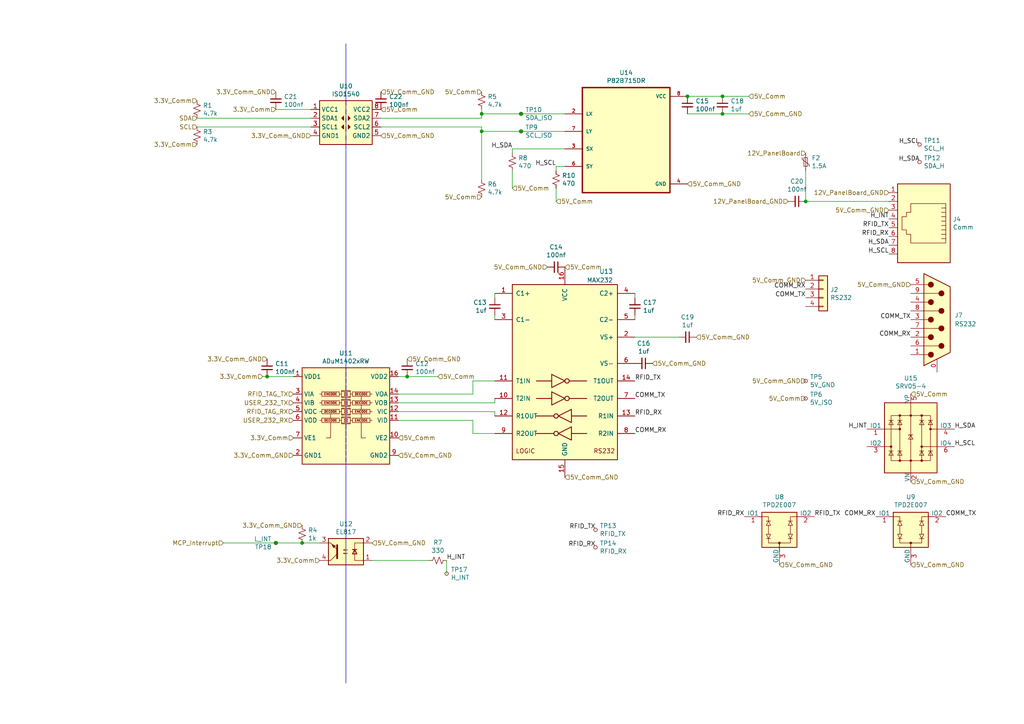
<source format=kicad_sch>
(kicad_sch (version 20230121) (generator eeschema)
  (paper "A4")
  (lib_symbols
    (symbol "Connector:DE9_Plug_MountingHoles" (pin_names (offset 1.016) hide)
      (property "Reference" "J" (at 0 16.51 0))
      (property "Value" "DE9_Plug_MountingHoles" (at 0 14.605 0))
      (symbol "DE9_Plug_MountingHoles_0_1"
        (circle (center -1.778 -10.16) (radius 0.762) (fill (type outline)))
        (circle (center -1.778 -5.08) (radius 0.762) (fill (type outline)))
        (circle (center -1.778 0) (radius 0.762) (fill (type outline)))
        (circle (center -1.778 5.08) (radius 0.762) (fill (type outline)))
        (circle (center -1.778 10.16) (radius 0.762) (fill (type outline)))
        (polyline (pts (xy -3.81 -10.16) (xy -2.54 -10.16)))
        (polyline (pts (xy -3.81 -7.62) (xy 0.508 -7.62)))
        (polyline (pts (xy -3.81 -5.08) (xy -2.54 -5.08)))
        (polyline (pts (xy -3.81 -2.54) (xy 0.508 -2.54)))
        (polyline (pts (xy -3.81 0) (xy -2.54 0)))
        (polyline (pts (xy -3.81 2.54) (xy 0.508 2.54)))
        (polyline (pts (xy -3.81 5.08) (xy -2.54 5.08)))
        (polyline (pts (xy -3.81 7.62) (xy 0.508 7.62)))
        (polyline (pts (xy -3.81 10.16) (xy -2.54 10.16)))
        (polyline (pts (xy -3.81 -13.335) (xy -3.81 13.335) (xy 3.81 9.525) (xy 3.81 -9.525) (xy -3.81 -13.335)) (stroke (width 0.254)) (fill (type background)))
        (circle (center 1.27 -7.62) (radius 0.762) (fill (type outline)))
        (circle (center 1.27 -2.54) (radius 0.762) (fill (type outline)))
        (circle (center 1.27 2.54) (radius 0.762) (fill (type outline)))
        (circle (center 1.27 7.62) (radius 0.762) (fill (type outline)))
      )
      (symbol "DE9_Plug_MountingHoles_1_1"
        (pin passive line (at 0 -15.24 90) (length 3.81) (name "PAD") (number "0"))
        (pin passive line (at -7.62 -10.16 0) (length 3.81) (name "1") (number "1"))
        (pin passive line (at -7.62 -5.08 0) (length 3.81) (name "2") (number "2"))
        (pin passive line (at -7.62 0 0) (length 3.81) (name "3") (number "3"))
        (pin passive line (at -7.62 5.08 0) (length 3.81) (name "4") (number "4"))
        (pin passive line (at -7.62 10.16 0) (length 3.81) (name "5") (number "5"))
        (pin passive line (at -7.62 -7.62 0) (length 3.81) (name "6") (number "6"))
        (pin passive line (at -7.62 -2.54 0) (length 3.81) (name "7") (number "7"))
        (pin passive line (at -7.62 2.54 0) (length 3.81) (name "8") (number "8"))
        (pin passive line (at -7.62 7.62 0) (length 3.81) (name "9") (number "9"))
      )
    )
    (symbol "Connector:RJ45" (pin_names (offset 1.016))
      (property "Reference" "J" (at -5.08 13.97 0))
      (property "Value" "RJ45" (at 2.54 13.97 0))
      (symbol "RJ45_0_1"
        (polyline (pts (xy -5.08 4.445) (xy -6.35 4.445)))
        (polyline (pts (xy -5.08 5.715) (xy -6.35 5.715)))
        (polyline (pts (xy -6.35 -3.175) (xy -5.08 -3.175) (xy -5.08 -3.175)))
        (polyline (pts (xy -6.35 -1.905) (xy -5.08 -1.905) (xy -5.08 -1.905)))
        (polyline (pts (xy -6.35 -0.635) (xy -5.08 -0.635) (xy -5.08 -0.635)))
        (polyline (pts (xy -6.35 0.635) (xy -5.08 0.635) (xy -5.08 0.635)))
        (polyline (pts (xy -6.35 1.905) (xy -5.08 1.905) (xy -5.08 1.905)))
        (polyline (pts (xy -5.08 3.175) (xy -6.35 3.175) (xy -6.35 3.175)))
        (polyline (pts (xy -6.35 -4.445) (xy -6.35 6.985) (xy 3.81 6.985) (xy 3.81 4.445) (xy 5.08 4.445) (xy 5.08 3.175) (xy 6.35 3.175) (xy 6.35 -0.635) (xy 5.08 -0.635) (xy 5.08 -1.905) (xy 3.81 -1.905) (xy 3.81 -4.445) (xy -6.35 -4.445) (xy -6.35 -4.445)))
        (rectangle (start 7.62 12.7) (end -7.62 -10.16) (stroke (width 0.254)) (fill (type background)))
      )
      (symbol "RJ45_1_1"
        (pin passive line (at 10.16 -7.62 180) (length 2.54) (name "~") (number "1"))
        (pin passive line (at 10.16 -5.08 180) (length 2.54) (name "~") (number "2"))
        (pin passive line (at 10.16 -2.54 180) (length 2.54) (name "~") (number "3"))
        (pin passive line (at 10.16 0 180) (length 2.54) (name "~") (number "4"))
        (pin passive line (at 10.16 2.54 180) (length 2.54) (name "~") (number "5"))
        (pin passive line (at 10.16 5.08 180) (length 2.54) (name "~") (number "6"))
        (pin passive line (at 10.16 7.62 180) (length 2.54) (name "~") (number "7"))
        (pin passive line (at 10.16 10.16 180) (length 2.54) (name "~") (number "8"))
      )
    )
    (symbol "Connector:TestPoint_Small" (pin_numbers hide) (pin_names (offset 0.762) hide)
      (property "Reference" "TP" (at 0 3.81 0))
      (property "Value" "TestPoint_Small" (at 0 2.032 0))
      (symbol "TestPoint_Small_0_1"
        (circle (center 0 0) (radius 0.508))
      )
      (symbol "TestPoint_Small_1_1"
        (pin passive line (at 0 0 90) (length 0) (name "1") (number "1"))
      )
    )
    (symbol "Connector_Generic:Conn_01x04" (pin_names (offset 1.016) hide)
      (property "Reference" "J" (at 0 5.08 0))
      (property "Value" "Conn_01x04" (at 0 -7.62 0))
      (symbol "Conn_01x04_1_1"
        (rectangle (start -1.27 -4.953) (end 0 -5.207) (stroke (width 0.1524)))
        (rectangle (start -1.27 -2.413) (end 0 -2.667) (stroke (width 0.1524)))
        (rectangle (start -1.27 0.127) (end 0 -0.127) (stroke (width 0.1524)))
        (rectangle (start -1.27 2.667) (end 0 2.413) (stroke (width 0.1524)))
        (rectangle (start -1.27 3.81) (end 1.27 -6.35) (stroke (width 0.254)) (fill (type background)))
        (pin passive line (at -5.08 2.54 0) (length 3.81) (name "Pin_1") (number "1"))
        (pin passive line (at -5.08 0 0) (length 3.81) (name "Pin_2") (number "2"))
        (pin passive line (at -5.08 -2.54 0) (length 3.81) (name "Pin_3") (number "3"))
        (pin passive line (at -5.08 -5.08 0) (length 3.81) (name "Pin_4") (number "4"))
      )
    )
    (symbol "Device:C_Small" (pin_numbers hide) (pin_names (offset 0.254) hide)
      (property "Reference" "C" (at 0.254 1.778 0))
      (property "Value" "C_Small" (at 0.254 -2.032 0))
      (symbol "C_Small_0_1"
        (polyline (pts (xy -1.524 -0.508) (xy 1.524 -0.508)) (stroke (width 0.3302)))
        (polyline (pts (xy -1.524 0.508) (xy 1.524 0.508)) (stroke (width 0.3048)))
      )
      (symbol "C_Small_1_1"
        (pin passive line (at 0 2.54 270) (length 2.032) (name "~") (number "1"))
        (pin passive line (at 0 -2.54 90) (length 2.032) (name "~") (number "2"))
      )
    )
    (symbol "Device:Polyfuse_Small" (pin_numbers hide) (pin_names (offset 0))
      (property "Reference" "F" (at -1.905 0 90))
      (property "Value" "Polyfuse_Small" (at 1.905 0 90))
      (symbol "Polyfuse_Small_0_1"
        (rectangle (start -0.508 1.27) (end 0.508 -1.27))
        (polyline (pts (xy 0 2.54) (xy 0 -2.54)))
        (polyline (pts (xy -1.016 1.27) (xy -1.016 0.762) (xy 1.016 -0.762) (xy 1.016 -1.27)))
      )
      (symbol "Polyfuse_Small_1_1"
        (pin passive line (at 0 2.54 270) (length 0.635) (name "~") (number "1"))
        (pin passive line (at 0 -2.54 90) (length 0.635) (name "~") (number "2"))
      )
    )
    (symbol "Device:R_Small_US" (pin_numbers hide) (pin_names (offset 0.254) hide)
      (property "Reference" "R" (at 0.762 0.508 0))
      (property "Value" "R_Small_US" (at 0.762 -1.016 0))
      (symbol "R_Small_US_1_1"
        (polyline (pts (xy 0 0) (xy 1.016 -0.381) (xy 0 -0.762) (xy -1.016 -1.143) (xy 0 -1.524)))
        (polyline (pts (xy 0 1.524) (xy 1.016 1.143) (xy 0 0.762) (xy -1.016 0.381) (xy 0 0)))
        (pin passive line (at 0 2.54 270) (length 1.016) (name "~") (number "1"))
        (pin passive line (at 0 -2.54 90) (length 1.016) (name "~") (number "2"))
      )
    )
    (symbol "ESP_Weight-rescue:P82B715DR-P82B175" (pin_names (offset 1.016))
      (property "Reference" "U" (at 0 19.05 0))
      (property "Value" "P82B175_P82B715DR" (at 0 16.51 0))
      (symbol "P82B715DR-P82B175_0_0"
        (rectangle (start -12.7 -15.24) (end 12.7 15.24) (stroke (width 0.4064)) (fill (type background)))
        (pin bidirectional line (at -17.78 7.62 0) (length 5.08) (name "LX") (number "2"))
        (pin bidirectional line (at -17.78 -2.54 0) (length 5.08) (name "SX") (number "3"))
        (pin power_in line (at 17.78 -12.7 180) (length 5.08) (name "GND") (number "4"))
        (pin bidirectional line (at -17.78 -7.62 0) (length 5.08) (name "SY") (number "6"))
        (pin bidirectional line (at -17.78 2.54 0) (length 5.08) (name "LY") (number "7"))
        (pin power_in line (at 17.78 12.7 180) (length 5.08) (name "VCC") (number "8"))
      )
    )
    (symbol "ESP_Weight-rescue:TPD2E007-Power_Protection" (pin_names (offset 0))
      (property "Reference" "U" (at 0 8.89 0))
      (property "Value" "Power_Protection_TPD2E007" (at 0 6.35 0))
      (symbol "TPD2E007-Power_Protection_0_1"
        (polyline (pts (xy -3.81 3.81) (xy -6.35 3.81)))
        (polyline (pts (xy -3.175 -1.27) (xy -3.175 1.27)))
        (polyline (pts (xy 0 -4.699) (xy 0 -3.81)))
        (polyline (pts (xy 0 -3.81) (xy 0 -6.35)))
        (polyline (pts (xy 3.81 3.81) (xy 7.62 3.81)))
        (polyline (pts (xy -3.175 2.54) (xy -3.175 3.81) (xy -4.191 3.81)))
        (polyline (pts (xy 0 -3.81) (xy -3.175 -3.81) (xy -3.175 -2.54)))
        (polyline (pts (xy 0 -3.81) (xy 3.175 -3.81) (xy 3.175 -2.54)))
        (polyline (pts (xy 4.191 3.81) (xy 3.175 3.81) (xy 3.175 2.54)))
        (rectangle (start 3.175 -1.27) (end 3.175 1.27))
      )
      (symbol "TPD2E007-Power_Protection_1_1"
        (rectangle (start -5.08 5.08) (end 5.08 -5.08) (stroke (width 0.254)) (fill (type background)))
        (circle (center 0 -3.81) (radius 0.2794) (fill (type outline)))
        (polyline (pts (xy -3.81 -2.54) (xy -2.54 -2.54)))
        (polyline (pts (xy -3.81 2.54) (xy -2.54 2.54)))
        (polyline (pts (xy 2.54 2.54) (xy 3.81 2.54)))
        (polyline (pts (xy 3.81 -2.54) (xy 2.54 -2.54)))
        (polyline (pts (xy -3.81 -1.27) (xy -2.54 -1.27) (xy -3.175 -2.54) (xy -3.81 -1.27)))
        (polyline (pts (xy -2.54 1.27) (xy -3.81 1.27) (xy -3.175 2.54) (xy -2.54 1.27)))
        (polyline (pts (xy 2.54 -1.27) (xy 3.81 -1.27) (xy 3.175 -2.54) (xy 2.54 -1.27)))
        (polyline (pts (xy 3.81 1.27) (xy 2.54 1.27) (xy 3.175 2.54) (xy 3.81 1.27)))
        (pin passive line (at -10.16 3.81 0) (length 5.08) (name "IO1") (number "1"))
        (pin passive line (at 10.16 3.81 180) (length 5.08) (name "IO2") (number "2"))
        (pin passive line (at 0 -10.16 90) (length 5.08) (name "GND") (number "3"))
      )
    )
    (symbol "Interface_UART:MAX232" (pin_names (offset 1.016))
      (property "Reference" "U" (at -2.54 28.575 0))
      (property "Value" "MAX232" (at -2.54 26.67 0))
      (symbol "MAX232_0_0"
        (text "LOGIC" (at -11.43 -22.86 0) (effects (font (size 1.27 1.27))))
        (text "RS232" (at 11.43 -22.86 0) (effects (font (size 1.27 1.27))))
      )
      (symbol "MAX232_0_1"
        (rectangle (start -15.24 -25.4) (end 15.24 25.4) (stroke (width 0.254)) (fill (type background)))
        (circle (center -2.54 -17.78) (radius 0.635) (stroke (width 0.254)))
        (circle (center -2.54 -12.7) (radius 0.635) (stroke (width 0.254)))
        (polyline (pts (xy -3.81 -7.62) (xy -8.255 -7.62)) (stroke (width 0.254)))
        (polyline (pts (xy -3.81 -2.54) (xy -8.255 -2.54)) (stroke (width 0.254)))
        (polyline (pts (xy -3.175 -17.78) (xy -8.255 -17.78)) (stroke (width 0.254)))
        (polyline (pts (xy -3.175 -12.7) (xy -8.255 -12.7)) (stroke (width 0.254)))
        (polyline (pts (xy 1.27 -7.62) (xy 6.35 -7.62)) (stroke (width 0.254)))
        (polyline (pts (xy 1.27 -2.54) (xy 6.35 -2.54)) (stroke (width 0.254)))
        (polyline (pts (xy 1.905 -17.78) (xy 6.35 -17.78)) (stroke (width 0.254)))
        (polyline (pts (xy 1.905 -12.7) (xy 6.35 -12.7)) (stroke (width 0.254)))
        (polyline (pts (xy -3.81 -5.715) (xy -3.81 -9.525) (xy 0 -7.62) (xy -3.81 -5.715)) (stroke (width 0.254)))
        (polyline (pts (xy -3.81 -0.635) (xy -3.81 -4.445) (xy 0 -2.54) (xy -3.81 -0.635)) (stroke (width 0.254)))
        (polyline (pts (xy 1.905 -15.875) (xy 1.905 -19.685) (xy -1.905 -17.78) (xy 1.905 -15.875)) (stroke (width 0.254)))
        (polyline (pts (xy 1.905 -10.795) (xy 1.905 -14.605) (xy -1.905 -12.7) (xy 1.905 -10.795)) (stroke (width 0.254)))
        (circle (center 0.635 -7.62) (radius 0.635) (stroke (width 0.254)))
        (circle (center 0.635 -2.54) (radius 0.635) (stroke (width 0.254)))
      )
      (symbol "MAX232_1_1"
        (pin passive line (at -20.32 22.86 0) (length 5.08) (name "C1+") (number "1"))
        (pin input line (at -20.32 -7.62 0) (length 5.08) (name "T2IN") (number "10"))
        (pin input line (at -20.32 -2.54 0) (length 5.08) (name "T1IN") (number "11"))
        (pin output line (at -20.32 -12.7 0) (length 5.08) (name "R1OUT") (number "12"))
        (pin input line (at 20.32 -12.7 180) (length 5.08) (name "R1IN") (number "13"))
        (pin output line (at 20.32 -2.54 180) (length 5.08) (name "T1OUT") (number "14"))
        (pin power_in line (at 0 -30.48 90) (length 5.08) (name "GND") (number "15"))
        (pin power_in line (at 0 30.48 270) (length 5.08) (name "VCC") (number "16"))
        (pin power_out line (at 20.32 10.16 180) (length 5.08) (name "VS+") (number "2"))
        (pin passive line (at -20.32 15.24 0) (length 5.08) (name "C1-") (number "3"))
        (pin passive line (at 20.32 22.86 180) (length 5.08) (name "C2+") (number "4"))
        (pin passive line (at 20.32 15.24 180) (length 5.08) (name "C2-") (number "5"))
        (pin power_out line (at 20.32 2.54 180) (length 5.08) (name "VS-") (number "6"))
        (pin output line (at 20.32 -7.62 180) (length 5.08) (name "T2OUT") (number "7"))
        (pin input line (at 20.32 -17.78 180) (length 5.08) (name "R2IN") (number "8"))
        (pin output line (at -20.32 -17.78 0) (length 5.08) (name "R2OUT") (number "9"))
      )
    )
    (symbol "Isolator:ADuM1402xRW"
      (property "Reference" "U" (at 0 19.05 0))
      (property "Value" "ADuM1402xRW" (at 0 16.51 0))
      (symbol "ADuM1402xRW_0_0"
        (rectangle (start -1.905 0.635) (end -6.985 -0.635))
        (rectangle (start -1.27 1.016) (end 1.27 -1.016))
        (rectangle (start -1.27 3.556) (end 1.27 1.524))
        (rectangle (start -1.27 6.096) (end 1.27 4.064))
        (rectangle (start -1.27 8.636) (end 1.27 6.604))
        (arc (start -0.508 -0.762) (mid -0.2551 -0.508) (end -0.508 -0.254))
        (arc (start -0.508 -0.254) (mid -0.2551 0) (end -0.508 0.254))
        (arc (start -0.508 0.254) (mid -0.2551 0.508) (end -0.508 0.762))
        (arc (start -0.508 1.778) (mid -0.2551 2.032) (end -0.508 2.286))
        (arc (start -0.508 2.286) (mid -0.2551 2.54) (end -0.508 2.794))
        (arc (start -0.508 2.794) (mid -0.2551 3.048) (end -0.508 3.302))
        (arc (start -0.508 4.318) (mid -0.2551 4.572) (end -0.508 4.826))
        (arc (start -0.508 4.826) (mid -0.2551 5.08) (end -0.508 5.334))
        (arc (start -0.508 5.334) (mid -0.2551 5.588) (end -0.508 5.842))
        (arc (start -0.508 6.858) (mid -0.2551 7.112) (end -0.508 7.366))
        (arc (start -0.508 7.366) (mid -0.2551 7.62) (end -0.508 7.874))
        (arc (start -0.508 7.874) (mid -0.2551 8.128) (end -0.508 8.382))
        (polyline (pts (xy -6.985 0) (xy -7.62 0)))
        (polyline (pts (xy -6.985 2.54) (xy -7.62 2.54)))
        (polyline (pts (xy -6.985 5.08) (xy -7.62 5.08)))
        (polyline (pts (xy -6.985 7.62) (xy -7.62 7.62)))
        (polyline (pts (xy -4.445 -1.27) (xy -4.445 -0.635)))
        (polyline (pts (xy -4.445 0.635) (xy -4.445 1.905)))
        (polyline (pts (xy -1.905 0) (xy -1.27 0)))
        (polyline (pts (xy -1.905 2.54) (xy -1.27 2.54)))
        (polyline (pts (xy -1.905 5.08) (xy -1.27 5.08)))
        (polyline (pts (xy -1.905 7.62) (xy -1.27 7.62)))
        (polyline (pts (xy -1.27 -0.762) (xy -0.508 -0.762)))
        (polyline (pts (xy -1.27 0.762) (xy -0.508 0.762)))
        (polyline (pts (xy -1.27 1.778) (xy -0.508 1.778)))
        (polyline (pts (xy -1.27 3.302) (xy -0.508 3.302)))
        (polyline (pts (xy -1.27 4.318) (xy -0.508 4.318)))
        (polyline (pts (xy -1.27 5.842) (xy -0.508 5.842)))
        (polyline (pts (xy -1.27 6.858) (xy -0.508 6.858)))
        (polyline (pts (xy -1.27 8.382) (xy -0.508 8.382)))
        (polyline (pts (xy 0 -10.795) (xy 0 -12.065)))
        (polyline (pts (xy 0 -8.89) (xy 0 -10.16)))
        (polyline (pts (xy 0 -6.985) (xy 0 -8.255)))
        (polyline (pts (xy 0 -5.08) (xy 0 -6.35)))
        (polyline (pts (xy 0 -3.175) (xy 0 -4.445)))
        (polyline (pts (xy 0 -1.27) (xy 0 -2.54)))
        (polyline (pts (xy 0 8.89) (xy 0 10.16)))
        (polyline (pts (xy 0 10.795) (xy 0 12.065)))
        (polyline (pts (xy 0 12.7) (xy 0 13.97)))
        (polyline (pts (xy 0 15.24) (xy 0 14.605)))
        (polyline (pts (xy 1.27 -0.762) (xy 0.508 -0.762)))
        (polyline (pts (xy 1.27 0.762) (xy 0.508 0.762)))
        (polyline (pts (xy 1.27 1.778) (xy 0.508 1.778)))
        (polyline (pts (xy 1.27 3.302) (xy 0.508 3.302)))
        (polyline (pts (xy 1.27 4.318) (xy 0.508 4.318)))
        (polyline (pts (xy 1.27 5.842) (xy 0.508 5.842)))
        (polyline (pts (xy 1.27 6.858) (xy 0.508 6.858)))
        (polyline (pts (xy 1.27 8.382) (xy 0.508 8.382)))
        (polyline (pts (xy 1.905 0) (xy 1.27 0)))
        (polyline (pts (xy 1.905 2.54) (xy 1.27 2.54)))
        (polyline (pts (xy 1.905 5.08) (xy 1.27 5.08)))
        (polyline (pts (xy 1.905 7.62) (xy 1.27 7.62)))
        (polyline (pts (xy 4.445 0.635) (xy 4.445 1.905)))
        (polyline (pts (xy 4.445 3.175) (xy 4.445 4.445)))
        (polyline (pts (xy 4.445 5.715) (xy 4.445 6.985)))
        (polyline (pts (xy 6.985 0) (xy 7.62 0)))
        (polyline (pts (xy 6.985 2.54) (xy 7.62 2.54)))
        (polyline (pts (xy 6.985 5.08) (xy 7.62 5.08)))
        (polyline (pts (xy 6.985 7.62) (xy 7.62 7.62)))
        (polyline (pts (xy -4.445 -1.27) (xy -4.445 -5.08) (xy -5.715 -5.08)))
        (polyline (pts (xy 5.715 -5.08) (xy 4.445 -5.08) (xy 4.445 -0.635)))
        (arc (start 0.508 -0.254) (mid 0.2551 -0.508) (end 0.508 -0.762))
        (arc (start 0.508 0.254) (mid 0.2551 0) (end 0.508 -0.254))
        (arc (start 0.508 0.762) (mid 0.2551 0.508) (end 0.508 0.254))
        (arc (start 0.508 2.286) (mid 0.2551 2.032) (end 0.508 1.778))
        (arc (start 0.508 2.794) (mid 0.2551 2.54) (end 0.508 2.286))
        (arc (start 0.508 3.302) (mid 0.2551 3.048) (end 0.508 2.794))
        (arc (start 0.508 4.826) (mid 0.2551 4.572) (end 0.508 4.318))
        (arc (start 0.508 5.334) (mid 0.2551 5.08) (end 0.508 4.826))
        (arc (start 0.508 5.842) (mid 0.2551 5.588) (end 0.508 5.334))
        (arc (start 0.508 7.366) (mid 0.2551 7.112) (end 0.508 6.858))
        (arc (start 0.508 7.874) (mid 0.2551 7.62) (end 0.508 7.366))
        (arc (start 0.508 8.382) (mid 0.2551 8.128) (end 0.508 7.874))
        (rectangle (start 1.905 0.635) (end 6.985 -0.635))
        (rectangle (start 1.905 3.175) (end 6.985 1.905))
        (rectangle (start 1.905 5.715) (end 6.985 4.445))
        (rectangle (start 1.905 8.255) (end 6.985 6.985))
        (text "DECODE" (at -4.445 0 0) (effects (font (size 0.635 0.635))))
        (text "DECODE" (at -4.445 2.54 0) (effects (font (size 0.635 0.635))))
        (text "DECODE" (at 4.445 5.08 0) (effects (font (size 0.635 0.635))))
        (text "DECODE" (at 4.445 7.62 0) (effects (font (size 0.635 0.635))))
        (text "ENCODE" (at -4.445 5.08 0) (effects (font (size 0.635 0.635))))
        (text "ENCODE" (at -4.445 7.62 0) (effects (font (size 0.635 0.635))))
        (text "ENCODE" (at 4.445 0 0) (effects (font (size 0.635 0.635))))
        (text "ENCODE" (at 4.445 2.54 0) (effects (font (size 0.635 0.635))))
      )
      (symbol "ADuM1402xRW_0_1"
        (rectangle (start -12.7 15.24) (end 12.7 -12.7) (stroke (width 0.254)) (fill (type background)))
        (rectangle (start -1.905 3.175) (end -6.985 1.905))
        (rectangle (start -1.905 5.715) (end -6.985 4.445))
        (rectangle (start -1.905 8.255) (end -6.985 6.985))
      )
      (symbol "ADuM1402xRW_1_1"
        (pin power_in line (at -15.24 12.7 0) (length 2.54) (name "VDD1") (number "1"))
        (pin input line (at 15.24 -5.08 180) (length 2.54) (name "VE2") (number "10"))
        (pin input line (at 15.24 0 180) (length 2.54) (name "VID") (number "11"))
        (pin input line (at 15.24 2.54 180) (length 2.54) (name "VIC") (number "12"))
        (pin output line (at 15.24 5.08 180) (length 2.54) (name "VOB") (number "13"))
        (pin output line (at 15.24 7.62 180) (length 2.54) (name "VOA") (number "14"))
        (pin passive line (at 15.24 -10.16 180) (length 2.54) hide (name "GND2") (number "15"))
        (pin power_in line (at 15.24 12.7 180) (length 2.54) (name "VDD2") (number "16"))
        (pin power_in line (at -15.24 -10.16 0) (length 2.54) (name "GND1") (number "2"))
        (pin input line (at -15.24 7.62 0) (length 2.54) (name "VIA") (number "3"))
        (pin input line (at -15.24 5.08 0) (length 2.54) (name "VIB") (number "4"))
        (pin output line (at -15.24 2.54 0) (length 2.54) (name "VOC") (number "5"))
        (pin output line (at -15.24 0 0) (length 2.54) (name "VOD") (number "6"))
        (pin input line (at -15.24 -5.08 0) (length 2.54) (name "VE1") (number "7"))
        (pin passive line (at -15.24 -10.16 0) (length 2.54) hide (name "GND1") (number "8"))
        (pin power_in line (at 15.24 -10.16 180) (length 2.54) (name "GND2") (number "9"))
      )
    )
    (symbol "Isolator:EL817" (pin_names (offset 1.016))
      (property "Reference" "U" (at -5.08 5.08 0))
      (property "Value" "EL817" (at 0 5.08 0))
      (symbol "EL817_0_1"
        (rectangle (start -5.08 3.81) (end 5.08 -3.81) (stroke (width 0.254)) (fill (type background)))
        (polyline (pts (xy -3.175 -0.635) (xy -1.905 -0.635)) (stroke (width 0.254)))
        (polyline (pts (xy 2.54 0.635) (xy 4.445 2.54)))
        (polyline (pts (xy 4.445 -2.54) (xy 2.54 -0.635)) (fill (type outline)))
        (polyline (pts (xy 4.445 -2.54) (xy 5.08 -2.54)))
        (polyline (pts (xy 4.445 2.54) (xy 5.08 2.54)))
        (polyline (pts (xy -5.08 2.54) (xy -2.54 2.54) (xy -2.54 -0.635)))
        (polyline (pts (xy -2.54 -0.635) (xy -2.54 -2.54) (xy -5.08 -2.54)))
        (polyline (pts (xy 2.54 1.905) (xy 2.54 -1.905) (xy 2.54 -1.905)) (stroke (width 0.508)))
        (polyline (pts (xy -2.54 -0.635) (xy -3.175 0.635) (xy -1.905 0.635) (xy -2.54 -0.635)) (stroke (width 0.254)))
        (polyline (pts (xy -0.508 -0.508) (xy 0.762 -0.508) (xy 0.381 -0.635) (xy 0.381 -0.381) (xy 0.762 -0.508)))
        (polyline (pts (xy -0.508 0.508) (xy 0.762 0.508) (xy 0.381 0.381) (xy 0.381 0.635) (xy 0.762 0.508)))
        (polyline (pts (xy 3.048 -1.651) (xy 3.556 -1.143) (xy 4.064 -2.159) (xy 3.048 -1.651) (xy 3.048 -1.651)) (fill (type outline)))
      )
      (symbol "EL817_1_1"
        (pin passive line (at -7.62 2.54 0) (length 2.54) (name "~") (number "1"))
        (pin passive line (at -7.62 -2.54 0) (length 2.54) (name "~") (number "2"))
        (pin passive line (at 7.62 -2.54 180) (length 2.54) (name "~") (number "3"))
        (pin passive line (at 7.62 2.54 180) (length 2.54) (name "~") (number "4"))
      )
    )
    (symbol "Isolator:ISO1540"
      (property "Reference" "U" (at -6.35 6.35 0))
      (property "Value" "ISO1540" (at 3.81 6.35 0))
      (symbol "ISO1540_0_1"
        (rectangle (start -7.62 5.08) (end 7.62 -7.62) (stroke (width 0.254)) (fill (type background)))
        (rectangle (start 0 -5.08) (end 0 -6.35))
        (polyline (pts (xy 0 -2.54) (xy 0 -3.81)))
        (polyline (pts (xy 0 0) (xy 0 -1.27)))
        (polyline (pts (xy 0 2.54) (xy 0 1.27)))
        (polyline (pts (xy 0 5.08) (xy 0 3.81)))
        (polyline (pts (xy -0.635 0.635) (xy -1.27 0) (xy -0.635 -0.635) (xy -0.635 0.635)) (fill (type outline)))
        (polyline (pts (xy 0.635 -1.905) (xy 1.27 -2.54) (xy 0.635 -3.175) (xy 0.635 -1.905)) (fill (type outline)))
        (polyline (pts (xy 0.635 0.635) (xy 1.27 0) (xy 0.635 -0.635) (xy 0.635 0.635)) (fill (type outline)))
      )
      (symbol "ISO1540_1_1"
        (polyline (pts (xy -0.635 -1.905) (xy -1.27 -2.54) (xy -0.635 -3.175) (xy -0.635 -1.905)) (fill (type outline)))
        (pin power_in line (at -10.16 2.54 0) (length 2.54) (name "VCC1") (number "1"))
        (pin bidirectional line (at -10.16 0 0) (length 2.54) (name "SDA1") (number "2"))
        (pin bidirectional line (at -10.16 -2.54 0) (length 2.54) (name "SCL1") (number "3"))
        (pin power_in line (at -10.16 -5.08 0) (length 2.54) (name "GND1") (number "4"))
        (pin power_in line (at 10.16 -5.08 180) (length 2.54) (name "GND2") (number "5"))
        (pin bidirectional line (at 10.16 -2.54 180) (length 2.54) (name "SCL2") (number "6"))
        (pin bidirectional line (at 10.16 0 180) (length 2.54) (name "SDA2") (number "7"))
        (pin power_in line (at 10.16 2.54 180) (length 2.54) (name "VCC2") (number "8"))
      )
    )
    (symbol "Power_Protection:SRV05-4" (pin_names (offset 0))
      (property "Reference" "U" (at -5.08 11.43 0))
      (property "Value" "SRV05-4" (at 2.54 11.43 0))
      (symbol "SRV05-4_0_0"
        (rectangle (start -5.715 6.477) (end 5.715 -6.604))
        (polyline (pts (xy -3.175 -6.604) (xy -3.175 6.477)))
        (polyline (pts (xy 3.175 6.477) (xy 3.175 -6.604)))
      )
      (symbol "SRV05-4_0_1"
        (rectangle (start -7.62 10.16) (end 7.62 -10.16) (stroke (width 0.254)) (fill (type background)))
        (circle (center -5.715 -2.54) (radius 0.2794) (fill (type outline)))
        (circle (center -3.175 -6.604) (radius 0.2794) (fill (type outline)))
        (circle (center -3.175 2.54) (radius 0.2794) (fill (type outline)))
        (circle (center -3.175 6.477) (radius 0.2794) (fill (type outline)))
        (circle (center 0 -6.604) (radius 0.2794) (fill (type outline)))
        (polyline (pts (xy -7.747 2.54) (xy -3.175 2.54)))
        (polyline (pts (xy -7.62 -2.54) (xy -5.715 -2.54)))
        (polyline (pts (xy -5.08 -3.81) (xy -6.35 -3.81)))
        (polyline (pts (xy -5.08 5.08) (xy -6.35 5.08)))
        (polyline (pts (xy -2.54 -3.81) (xy -3.81 -3.81)))
        (polyline (pts (xy -2.54 5.08) (xy -3.81 5.08)))
        (polyline (pts (xy 0 10.16) (xy 0 -10.16)))
        (polyline (pts (xy 3.81 -3.81) (xy 2.54 -3.81)))
        (polyline (pts (xy 3.81 5.08) (xy 2.54 5.08)))
        (polyline (pts (xy 6.35 -3.81) (xy 5.08 -3.81)))
        (polyline (pts (xy 6.35 5.08) (xy 5.08 5.08)))
        (polyline (pts (xy 7.62 -2.54) (xy 3.175 -2.54)))
        (polyline (pts (xy 7.62 2.54) (xy 5.715 2.54)))
        (polyline (pts (xy 0.635 0.889) (xy -0.635 0.889) (xy -0.635 0.635)))
        (polyline (pts (xy -5.08 -5.08) (xy -6.35 -5.08) (xy -5.715 -3.81) (xy -5.08 -5.08)))
        (polyline (pts (xy -5.08 3.81) (xy -6.35 3.81) (xy -5.715 5.08) (xy -5.08 3.81)))
        (polyline (pts (xy -2.54 -5.08) (xy -3.81 -5.08) (xy -3.175 -3.81) (xy -2.54 -5.08)))
        (polyline (pts (xy -2.54 3.81) (xy -3.81 3.81) (xy -3.175 5.08) (xy -2.54 3.81)))
        (polyline (pts (xy 0.635 -0.381) (xy -0.635 -0.381) (xy 0 0.889) (xy 0.635 -0.381)))
        (polyline (pts (xy 3.81 -5.08) (xy 2.54 -5.08) (xy 3.175 -3.81) (xy 3.81 -5.08)))
        (polyline (pts (xy 3.81 3.81) (xy 2.54 3.81) (xy 3.175 5.08) (xy 3.81 3.81)))
        (polyline (pts (xy 6.35 -5.08) (xy 5.08 -5.08) (xy 5.715 -3.81) (xy 6.35 -5.08)))
        (polyline (pts (xy 6.35 3.81) (xy 5.08 3.81) (xy 5.715 5.08) (xy 6.35 3.81)))
        (circle (center 0 6.477) (radius 0.2794) (fill (type outline)))
        (circle (center 3.175 -6.604) (radius 0.2794) (fill (type outline)))
        (circle (center 3.175 -2.54) (radius 0.2794) (fill (type outline)))
        (circle (center 3.175 6.477) (radius 0.2794) (fill (type outline)))
        (circle (center 5.715 2.54) (radius 0.2794) (fill (type outline)))
      )
      (symbol "SRV05-4_1_1"
        (pin passive line (at -12.7 2.54 0) (length 5.08) (name "IO1") (number "1"))
        (pin passive line (at 0 -12.7 90) (length 2.54) (name "VN") (number "2"))
        (pin passive line (at -12.7 -2.54 0) (length 5.08) (name "IO2") (number "3"))
        (pin passive line (at 12.7 2.54 180) (length 5.08) (name "IO3") (number "4"))
        (pin passive line (at 0 12.7 270) (length 2.54) (name "VP") (number "5"))
        (pin passive line (at 12.7 -2.54 180) (length 5.08) (name "IO4") (number "6"))
      )
    )
  )
  (junction (at 139.7 33.02))
  (junction (at 151.13 33.02))
  (junction (at 209.55 33.02))
  (junction (at 209.55 27.94))
  (junction (at 151.13 38.1))
  (junction (at 80.01 157.48))
  (junction (at 199.39 27.94))
  (junction (at 77.47 109.22))
  (junction (at 233.68 58.42))
  (junction (at 139.7 38.1))
  (junction (at 87.63 157.48))
  (junction (at 118.11 109.22))
  (wire (pts (xy 129.54 162.56) (xy 129.54 166.37)))
  (wire (pts (xy 151.13 38.1) (xy 163.83 38.1)))
  (wire (pts (xy 148.59 43.18) (xy 163.83 43.18)))
  (wire (pts (xy 80.01 157.48) (xy 87.63 157.48)))
  (wire (pts (xy 76.2 109.22) (xy 77.47 109.22)))
  (wire (pts (xy 209.55 27.94) (xy 217.17 27.94)))
  (wire (pts (xy 151.13 33.02) (xy 139.7 33.02)))
  (wire (pts (xy 107.95 162.56) (xy 124.46 162.56)))
  (wire (pts (xy 110.49 36.83) (xy 139.7 36.83)))
  (wire (pts (xy 139.7 34.29) (xy 139.7 33.02)))
  (wire (pts (xy 115.57 114.3) (xy 137.16 114.3)))
  (wire (pts (xy 115.57 121.92) (xy 137.16 121.92)))
  (wire (pts (xy 233.68 49.53) (xy 233.68 58.42)))
  (wire (pts (xy 139.7 52.07) (xy 139.7 38.1)))
  (wire (pts (xy 77.47 109.22) (xy 85.09 109.22)))
  (wire (pts (xy 143.51 86.36) (xy 143.51 85.09)))
  (wire (pts (xy 137.16 114.3) (xy 137.16 110.49)))
  (wire (pts (xy 161.29 48.26) (xy 163.83 48.26)))
  (wire (pts (xy 161.29 54.61) (xy 161.29 58.42)))
  (wire (pts (xy 161.29 48.26) (xy 161.29 49.53)))
  (wire (pts (xy 199.39 27.94) (xy 209.55 27.94)))
  (wire (pts (xy 143.51 119.38) (xy 143.51 120.65)))
  (wire (pts (xy 143.51 91.44) (xy 143.51 92.71)))
  (wire (pts (xy 148.59 43.18) (xy 148.59 44.45)))
  (wire (pts (xy 184.15 91.44) (xy 184.15 92.71)))
  (wire (pts (xy 137.16 110.49) (xy 143.51 110.49)))
  (wire (pts (xy 115.57 109.22) (xy 118.11 109.22)))
  (wire (pts (xy 137.16 125.73) (xy 143.51 125.73)))
  (wire (pts (xy 110.49 34.29) (xy 139.7 34.29)))
  (wire (pts (xy 209.55 33.02) (xy 217.17 33.02)))
  (wire (pts (xy 148.59 49.53) (xy 148.59 54.61)))
  (wire (pts (xy 233.68 58.42) (xy 257.81 58.42)))
  (wire (pts (xy 199.39 33.02) (xy 209.55 33.02)))
  (wire (pts (xy 184.15 97.79) (xy 196.85 97.79)))
  (wire (pts (xy 118.11 109.22) (xy 127 109.22)))
  (wire (pts (xy 137.16 121.92) (xy 137.16 125.73)))
  (wire (pts (xy 90.17 31.75) (xy 80.01 31.75)))
  (polyline (pts (xy 100.33 198.12) (xy 100.33 12.7)))
  (wire (pts (xy 115.57 116.84) (xy 143.51 116.84)))
  (wire (pts (xy 115.57 119.38) (xy 143.51 119.38)))
  (wire (pts (xy 92.71 157.48) (xy 87.63 157.48)))
  (wire (pts (xy 143.51 116.84) (xy 143.51 115.57)))
  (wire (pts (xy 57.15 34.29) (xy 90.17 34.29)))
  (wire (pts (xy 184.15 85.09) (xy 184.15 86.36)))
  (wire (pts (xy 139.7 36.83) (xy 139.7 38.1)))
  (wire (pts (xy 139.7 38.1) (xy 151.13 38.1)))
  (wire (pts (xy 64.77 157.48) (xy 80.01 157.48)))
  (wire (pts (xy 163.83 33.02) (xy 151.13 33.02)))
  (wire (pts (xy 57.15 36.83) (xy 90.17 36.83)))
  (wire (pts (xy 139.7 31.75) (xy 139.7 33.02)))
  (label "H_SDA" (at 266.7 46.99 180))
  (label "RFID_RX" (at 172.72 158.75 180))
  (label "H_INT" (at 129.54 162.56 0))
  (label "RFID_TX" (at 184.15 110.49 0))
  (label "COMM_TX" (at 274.32 149.86 0))
  (label "RFID_RX" (at 257.81 68.58 180))
  (label "COMM_RX" (at 264.16 97.79 180))
  (label "RFID_TX" (at 172.72 153.67 180))
  (label "COMM_TX" (at 264.16 92.71 180))
  (label "H_SCL" (at 266.7 41.91 180))
  (label "COMM_RX" (at 184.15 125.73 0))
  (label "H_SDA" (at 257.81 71.12 180))
  (label "RFID_TX" (at 257.81 66.04 180))
  (label "COMM_TX" (at 184.15 115.57 0))
  (label "H_SDA" (at 276.86 124.46 0))
  (label "RFID_TX" (at 236.22 149.86 0))
  (label "COMM_RX" (at 254 149.86 180))
  (label "RFID_RX" (at 215.9 149.86 180))
  (label "COMM_TX" (at 233.68 86.36 180))
  (label "COMM_RX" (at 233.68 83.82 180))
  (label "H_SCL" (at 276.86 129.54 0))
  (label "RFID_RX" (at 184.15 120.65 0))
  (label "H_SDA" (at 148.59 43.18 180))
  (label "H_SCL" (at 161.29 48.26 180))
  (label "H_INT" (at 257.81 63.5 180))
  (label "H_INT" (at 251.46 124.46 180))
  (label "H_SCL" (at 257.81 73.66 180))
  (hierarchical_label "RFID_TAG_TX" (shape input) (at 85.09 114.3 180))
  (hierarchical_label "5V_Comm_GND" (shape input) (at 233.68 81.28 180))
  (hierarchical_label "3.3V_Comm_GND" (shape input) (at 85.09 132.08 180))
  (hierarchical_label "3.3V_Comm" (shape input) (at 80.01 31.75 180))
  (hierarchical_label "5V_Comm" (shape input) (at 148.59 54.61 0))
  (hierarchical_label "USER_232_RX" (shape input) (at 85.09 121.92 180))
  (hierarchical_label "5V_Comm" (shape input) (at 115.57 127 0))
  (hierarchical_label "5V_Comm_GND" (shape input) (at 257.81 60.96 180))
  (hierarchical_label "5V_Comm" (shape input) (at 163.83 77.47 0))
  (hierarchical_label "5V_Comm_GND" (shape input) (at 110.49 26.67 0))
  (hierarchical_label "5V_Comm_GND" (shape input) (at 264.16 163.83 0))
  (hierarchical_label "5V_Comm" (shape input) (at 217.17 27.94 0))
  (hierarchical_label "5V_Comm" (shape input) (at 139.7 57.15 180))
  (hierarchical_label "5V_Comm_GND" (shape input) (at 115.57 132.08 0))
  (hierarchical_label "5V_Comm_GND" (shape input) (at 110.49 39.37 0))
  (hierarchical_label "3.3V_Comm_GND" (shape input) (at 80.01 26.67 180))
  (hierarchical_label "3.3V_Comm" (shape input) (at 57.15 41.91 180))
  (hierarchical_label "12V_PanelBoard_GND" (shape input) (at 257.81 55.88 180))
  (hierarchical_label "5V_Comm" (shape input) (at 233.68 115.57 180))
  (hierarchical_label "5V_Comm" (shape input) (at 161.29 58.42 0))
  (hierarchical_label "5V_Comm_GND" (shape input) (at 264.16 139.7 0))
  (hierarchical_label "SCL" (shape input) (at 57.15 36.83 180))
  (hierarchical_label "5V_Comm_GND" (shape input) (at 201.93 97.79 0))
  (hierarchical_label "5V_Comm_GND" (shape input) (at 118.11 104.14 0))
  (hierarchical_label "3.3V_Comm_GND" (shape input) (at 87.63 152.4 180))
  (hierarchical_label "5V_Comm_GND" (shape input) (at 158.75 77.47 180))
  (hierarchical_label "5V_Comm_GND" (shape input) (at 226.06 163.83 0))
  (hierarchical_label "3.3V_Comm" (shape input) (at 85.09 127 180))
  (hierarchical_label "3.3V_Comm" (shape input) (at 76.2 109.22 180))
  (hierarchical_label "3.3V_Comm_GND" (shape input) (at 90.17 39.37 180))
  (hierarchical_label "12V_PanelBoard" (shape input) (at 233.68 44.45 180))
  (hierarchical_label "RFID_TAG_RX" (shape input) (at 85.09 119.38 180))
  (hierarchical_label "5V_Comm_GND" (shape input) (at 163.83 138.43 0))
  (hierarchical_label "5V_Comm" (shape input) (at 139.7 26.67 180))
  (hierarchical_label "3.3V_Comm_GND" (shape input) (at 77.47 104.14 180))
  (hierarchical_label "5V_Comm_GND" (shape input) (at 107.95 157.48 0))
  (hierarchical_label "SDA" (shape input) (at 57.15 34.29 180))
  (hierarchical_label "5V_Comm" (shape input) (at 110.49 31.75 0))
  (hierarchical_label "5V_Comm_GND" (shape input) (at 217.17 33.02 0))
  (hierarchical_label "MCP_Interrupt" (shape input) (at 64.77 157.48 180))
  (hierarchical_label "5V_Comm" (shape input) (at 127 109.22 0))
  (hierarchical_label "12V_PanelBoard_GND" (shape input) (at 228.6 58.42 180))
  (hierarchical_label "5V_Comm_GND" (shape input) (at 264.16 82.55 180))
  (hierarchical_label "USER_232_TX" (shape input) (at 85.09 116.84 180))
  (hierarchical_label "5V_Comm" (shape input) (at 264.16 114.3 0))
  (hierarchical_label "5V_Comm_GND" (shape input) (at 189.23 105.41 0))
  (hierarchical_label "5V_Comm_GND" (shape input) (at 199.39 53.34 0))
  (hierarchical_label "3.3V_Comm" (shape input) (at 57.15 29.21 180))
  (hierarchical_label "3.3V_Comm" (shape input) (at 92.71 162.56 180))
  (hierarchical_label "5V_Comm_GND" (shape input) (at 233.68 110.49 180))
  (symbol (lib_id "Connector:TestPoint_Small") (at 233.68 110.49 0) (unit 1)
    (property "Reference" "TP5" (at 234.8992 109.3216 0) (effects (justify left)))
    (property "Value" "5V_GND" (at 234.8992 111.633 0) (effects (justify left)))
    (property "Footprint" "TestPoint:TestPoint_THTPad_1.0x1.0mm_Drill0.5mm" (effects hide))
  )
  (symbol (lib_id "Connector:TestPoint_Small") (at 233.68 115.57 0) (unit 1)
    (property "Reference" "TP6" (at 234.8992 114.4016 0) (effects (justify left)))
    (property "Value" "5V_ISO" (at 234.8992 116.713 0) (effects (justify left)))
    (property "Footprint" "TestPoint:TestPoint_THTPad_1.0x1.0mm_Drill0.5mm" (effects hide))
  )
  (symbol (lib_id "Device:C_Small") (at 80.01 29.21 0) (unit 1)
    (property "Reference" "C21" (at 82.3468 28.0416 0) (effects (justify left)))
    (property "Value" "100nf" (at 82.3468 30.353 0) (effects (justify left)))
    (property "Footprint" "Capacitor_SMD:C_0603_1608Metric" (effects hide))
  )
  (symbol (lib_id "Connector_Generic:Conn_01x04") (at 238.76 83.82 0) (unit 1)
    (property "Reference" "J2" (at 240.792 84.0232 0) (effects (justify left)))
    (property "Value" "RS232" (at 240.792 86.3346 0) (effects (justify left)))
    (property "Footprint" "Connector_PinHeader_2.54mm:PinHeader_1x04_P2.54mm_Vertical" (effects hide))
  )
  (symbol (lib_id "Device:C_Small") (at 110.49 29.21 0) (unit 1)
    (property "Reference" "C22" (at 112.8268 28.0416 0) (effects (justify left)))
    (property "Value" "100nf" (at 112.8268 30.353 0) (effects (justify left)))
    (property "Footprint" "Capacitor_SMD:C_0603_1608Metric" (effects hide))
  )
  (symbol (lib_id "Device:C_Small") (at 143.51 88.9 0) (mirror y) (unit 1)
    (property "Reference" "C13" (at 141.1732 87.7316 0) (effects (justify left)))
    (property "Value" "1uf" (at 141.1732 90.043 0) (effects (justify left)))
    (property "Footprint" "Capacitor_SMD:C_0603_1608Metric" (effects hide))
  )
  (symbol (lib_id "Device:C_Small") (at 199.39 97.79 270) (unit 1)
    (property "Reference" "C19" (at 199.39 91.9734 90))
    (property "Value" "1uf" (at 199.39 94.2848 90))
    (property "Footprint" "Capacitor_SMD:C_0603_1608Metric" (effects hide))
  )
  (symbol (lib_id "Device:C_Small") (at 186.69 105.41 270) (unit 1)
    (property "Reference" "C16" (at 186.69 99.5934 90))
    (property "Value" "1uf" (at 186.69 101.9048 90))
    (property "Footprint" "Capacitor_SMD:C_0603_1608Metric" (effects hide))
  )
  (symbol (lib_id "Device:C_Small") (at 184.15 88.9 180) (unit 1)
    (property "Reference" "C17" (at 186.4868 87.7316 0) (effects (justify right)))
    (property "Value" "1uf" (at 186.4868 90.043 0) (effects (justify right)))
    (property "Footprint" "Capacitor_SMD:C_0603_1608Metric" (effects hide))
  )
  (symbol (lib_id "Device:C_Small") (at 161.29 77.47 270) (unit 1)
    (property "Reference" "C14" (at 161.29 71.6534 90))
    (property "Value" "100nf" (at 161.29 73.9648 90))
    (property "Footprint" "Capacitor_SMD:C_0603_1608Metric" (effects hide))
  )
  (symbol (lib_id "ESP_Weight-rescue:P82B715DR-P82B175") (at 181.61 40.64 0) (unit 1)
    (property "Reference" "U14" (at 181.61 21.082 0))
    (property "Value" "P82B715DR" (at 181.61 23.3934 0))
    (property "Footprint" "Package_SO:SOIC-8_3.9x4.9mm_P1.27mm" (effects hide))
    (property "MP" "P82B715DR" (effects hide))
  )
  (symbol (lib_id "Device:C_Small") (at 199.39 30.48 0) (unit 1)
    (property "Reference" "C15" (at 201.7268 29.3116 0) (effects (justify left)))
    (property "Value" "100nf" (at 201.7268 31.623 0) (effects (justify left)))
    (property "Footprint" "Capacitor_SMD:C_0603_1608Metric" (effects hide))
  )
  (symbol (lib_id "Device:C_Small") (at 209.55 30.48 0) (unit 1)
    (property "Reference" "C18" (at 211.8868 29.3116 0) (effects (justify left)))
    (property "Value" "1uf" (at 211.8868 31.623 0) (effects (justify left)))
    (property "Footprint" "Capacitor_SMD:C_0603_1608Metric" (effects hide))
  )
  (symbol (lib_id "Device:R_Small_US") (at 139.7 29.21 0) (unit 1)
    (property "Reference" "R5" (at 141.4272 28.0416 0) (effects (justify left)))
    (property "Value" "4.7k" (at 141.4272 30.353 0) (effects (justify left)))
    (property "Footprint" "Resistor_SMD:R_0603_1608Metric" (effects hide))
  )
  (symbol (lib_id "Device:R_Small_US") (at 161.29 52.07 0) (unit 1)
    (property "Reference" "R10" (at 163.0172 50.9016 0) (effects (justify left)))
    (property "Value" "470" (at 163.0172 53.213 0) (effects (justify left)))
    (property "Footprint" "Resistor_SMD:R_0603_1608Metric" (effects hide))
  )
  (symbol (lib_id "Device:R_Small_US") (at 148.59 46.99 0) (unit 1)
    (property "Reference" "R8" (at 150.3172 45.8216 0) (effects (justify left)))
    (property "Value" "470" (at 150.3172 48.133 0) (effects (justify left)))
    (property "Footprint" "Resistor_SMD:R_0603_1608Metric" (effects hide))
  )
  (symbol (lib_id "Power_Protection:SRV05-4") (at 264.16 127 0) (unit 1)
    (property "Reference" "U15" (at 264.16 109.7026 0))
    (property "Value" "SRV05-4" (at 264.16 112.014 0))
    (property "Footprint" "Package_TO_SOT_SMD:SOT-23-6" (effects hide))
    (property "Datasheet" "http://www.onsemi.com/pub/Collateral/SRV05-4-D.PDF" (effects hide))
  )
  (symbol (lib_id "ESP_Weight-rescue:TPD2E007-Power_Protection") (at 226.06 153.67 0) (unit 1)
    (property "Reference" "U8" (at 226.06 144.145 0))
    (property "Value" "TPD2E007" (at 226.06 146.4564 0))
    (property "Footprint" "Package_TO_SOT_SMD:SOT-323_SC-70" (effects hide))
  )
  (symbol (lib_id "ESP_Weight-rescue:TPD2E007-Power_Protection") (at 264.16 153.67 0) (unit 1)
    (property "Reference" "U9" (at 264.16 144.145 0))
    (property "Value" "TPD2E007" (at 264.16 146.4564 0))
    (property "Footprint" "Package_TO_SOT_SMD:SOT-323_SC-70" (effects hide))
  )
  (symbol (lib_id "Isolator:ISO1540") (at 100.33 34.29 0) (unit 1)
    (property "Reference" "U10" (at 100.33 24.9682 0))
    (property "Value" "ISO1540" (at 100.33 27.2796 0))
    (property "Footprint" "Package_SO:SOIC-8_3.9x4.9mm_P1.27mm" (effects hide))
    (property "Datasheet" "http://www.ti.com/lit/ds/symlink/iso1541.pdf" (effects hide))
  )
  (symbol (lib_id "Device:R_Small_US") (at 57.15 31.75 0) (unit 1)
    (property "Reference" "R1" (at 58.8772 30.5816 0) (effects (justify left)))
    (property "Value" "4.7k" (at 58.8772 32.893 0) (effects (justify left)))
    (property "Footprint" "Resistor_SMD:R_0603_1608Metric" (effects hide))
  )
  (symbol (lib_id "Device:R_Small_US") (at 139.7 54.61 180) (unit 1)
    (property "Reference" "R6" (at 141.4272 53.4416 0) (effects (justify right)))
    (property "Value" "4.7k" (at 141.4272 55.753 0) (effects (justify right)))
    (property "Footprint" "Resistor_SMD:R_0603_1608Metric" (effects hide))
  )
  (symbol (lib_id "Device:R_Small_US") (at 57.15 39.37 0) (unit 1)
    (property "Reference" "R3" (at 58.8772 38.2016 0) (effects (justify left)))
    (property "Value" "4.7k" (at 58.8772 40.513 0) (effects (justify left)))
    (property "Footprint" "Resistor_SMD:R_0603_1608Metric" (effects hide))
  )
  (symbol (lib_id "Isolator:ADuM1402xRW") (at 100.33 121.92 0) (unit 1)
    (property "Reference" "U11" (at 100.33 102.4382 0))
    (property "Value" "ADuM1402xRW" (at 100.33 104.7496 0))
    (property "Footprint" "Package_SO:SOIC-16W_7.5x10.3mm_P1.27mm" (effects hide))
    (property "Datasheet" "https://www.analog.com/media/en/technical-documentation/data-sheets/ADUM1400_1401_1402.pdf" (effects hide))
    (property "LCSC" "C579385" (effects hide))
  )
  (symbol (lib_id "Interface_UART:MAX232") (at 163.83 107.95 0) (unit 1)
    (property "Reference" "U13" (at 177.8 78.74 0) (effects (justify right)))
    (property "Value" "MAX232" (at 177.8 81.28 0) (effects (justify right)))
    (property "Footprint" "Package_SO:SOIC-16_3.9x9.9mm_P1.27mm" (effects hide))
    (property "Datasheet" "http://www.ti.com/lit/ds/symlink/max232.pdf" (effects hide))
  )
  (symbol (lib_id "Device:C_Small") (at 118.11 106.68 0) (unit 1)
    (property "Reference" "C12" (at 120.4468 105.5116 0) (effects (justify left)))
    (property "Value" "100nf" (at 120.4468 107.823 0) (effects (justify left)))
    (property "Footprint" "Capacitor_SMD:C_0603_1608Metric" (effects hide))
  )
  (symbol (lib_id "Device:C_Small") (at 77.47 106.68 0) (unit 1)
    (property "Reference" "C11" (at 79.8068 105.5116 0) (effects (justify left)))
    (property "Value" "100nf" (at 79.8068 107.823 0) (effects (justify left)))
    (property "Footprint" "Capacitor_SMD:C_0603_1608Metric" (effects hide))
  )
  (symbol (lib_id "Isolator:EL817") (at 100.33 160.02 180) (unit 1)
    (property "Reference" "U12" (at 100.33 151.9682 0))
    (property "Value" "EL817" (at 100.33 154.2796 0))
    (property "Footprint" "KIcad:SOIC254P1030X460-4N" (effects hide))
    (property "Datasheet" "http://www.everlight.com/file/ProductFile/EL817.pdf" (effects hide))
    (property "LCSC" "C108646" (effects hide))
  )
  (symbol (lib_id "Device:R_Small_US") (at 127 162.56 270) (unit 1)
    (property "Reference" "R7" (at 127 157.353 90))
    (property "Value" "330" (at 127 159.6644 90))
    (property "Footprint" "Resistor_SMD:R_0603_1608Metric" (effects hide))
  )
  (symbol (lib_id "Device:R_Small_US") (at 87.63 154.94 0) (unit 1)
    (property "Reference" "R4" (at 89.3572 153.7716 0) (effects (justify left)))
    (property "Value" "1k" (at 89.3572 156.083 0) (effects (justify left)))
    (property "Footprint" "Resistor_SMD:R_0603_1608Metric" (effects hide))
  )
  (symbol (lib_id "Connector:RJ45") (at 267.97 63.5 180) (unit 1)
    (property "Reference" "J4" (at 276.352 63.6016 0) (effects (justify right)))
    (property "Value" "Comm" (at 276.352 65.913 0) (effects (justify right)))
    (property "Footprint" "Connector_RJ:RJ45_Ninigi_GE" (effects hide))
    (property "LCSC" "C386758" (effects hide))
  )
  (symbol (lib_id "Device:Polyfuse_Small") (at 233.68 46.99 0) (unit 1)
    (property "Reference" "F2" (at 235.4072 45.8216 0) (effects (justify left)))
    (property "Value" "1.5A" (at 235.4072 48.133 0) (effects (justify left)))
    (property "Footprint" "Fuse:Fuse_1812_4532Metric" (effects hide))
    (property "LCSC" "C883152" (effects hide))
  )
  (symbol (lib_id "Device:C_Small") (at 231.14 58.42 270) (unit 1)
    (property "Reference" "C20" (at 231.14 52.6034 90))
    (property "Value" "100nf" (at 231.14 54.9148 90))
    (property "Footprint" "Capacitor_SMD:C_0603_1608Metric" (effects hide))
  )
  (symbol (lib_id "Connector:TestPoint_Small") (at 80.01 157.48 180) (unit 1)
    (property "Reference" "TP18" (at 78.7908 158.6484 0) (effects (justify left)))
    (property "Value" "L_INT" (at 78.7908 156.337 0) (effects (justify left)))
    (property "Footprint" "TestPoint:TestPoint_THTPad_1.0x1.0mm_Drill0.5mm" (effects hide))
  )
  (symbol (lib_id "Connector:DE9_Plug_MountingHoles") (at 271.78 92.71 0) (unit 1)
    (property "Reference" "J7" (at 276.86 91.44 0) (effects (justify left)))
    (property "Value" "RS232" (at 276.86 93.98 0) (effects (justify left)))
    (property "Footprint" "Connector_Dsub:DSUB-9_Male_Horizontal_P2.77x2.84mm_EdgePinOffset7.70mm_Housed_MountingHolesOffset9.12mm" (effects hide))
    (property "Datasheet" " ~" (effects hide))
    (property "LCSC" "C2760978" (effects hide))
  )
  (symbol (lib_id "Connector:TestPoint_Small") (at 266.7 46.99 0) (unit 1)
    (property "Reference" "TP12" (at 267.9192 45.8216 0) (effects (justify left)))
    (property "Value" "SDA_H" (at 267.9192 48.133 0) (effects (justify left)))
    (property "Footprint" "TestPoint:TestPoint_THTPad_1.0x1.0mm_Drill0.5mm" (effects hide))
  )
  (symbol (lib_id "Connector:TestPoint_Small") (at 266.7 41.91 0) (unit 1)
    (property "Reference" "TP11" (at 267.9192 40.7416 0) (effects (justify left)))
    (property "Value" "SCL_H" (at 267.9192 43.053 0) (effects (justify left)))
    (property "Footprint" "TestPoint:TestPoint_THTPad_1.0x1.0mm_Drill0.5mm" (effects hide))
  )
  (symbol (lib_id "Connector:TestPoint_Small") (at 129.54 166.37 0) (unit 1)
    (property "Reference" "TP17" (at 130.7592 165.2016 0) (effects (justify left)))
    (property "Value" "H_INT" (at 130.7592 167.513 0) (effects (justify left)))
    (property "Footprint" "TestPoint:TestPoint_THTPad_1.0x1.0mm_Drill0.5mm" (effects hide))
  )
  (symbol (lib_id "Connector:TestPoint_Small") (at 172.72 158.75 0) (unit 1)
    (property "Reference" "TP14" (at 173.9392 157.5816 0) (effects (justify left)))
    (property "Value" "RFID_RX" (at 173.9392 159.893 0) (effects (justify left)))
    (property "Footprint" "TestPoint:TestPoint_THTPad_1.0x1.0mm_Drill0.5mm" (effects hide))
  )
  (symbol (lib_id "Connector:TestPoint_Small") (at 151.13 38.1 0) (unit 1)
    (property "Reference" "TP9" (at 152.3492 36.9316 0) (effects (justify left)))
    (property "Value" "SCL_ISO" (at 152.3492 39.243 0) (effects (justify left)))
    (property "Footprint" "TestPoint:TestPoint_THTPad_1.0x1.0mm_Drill0.5mm" (effects hide))
  )
  (symbol (lib_id "Connector:TestPoint_Small") (at 151.13 33.02 0) (unit 1)
    (property "Reference" "TP10" (at 152.3492 31.8516 0) (effects (justify left)))
    (property "Value" "SDA_ISO" (at 152.3492 34.163 0) (effects (justify left)))
    (property "Footprint" "TestPoint:TestPoint_THTPad_1.0x1.0mm_Drill0.5mm" (effects hide))
  )
  (symbol (lib_id "Connector:TestPoint_Small") (at 172.72 153.67 0) (unit 1)
    (property "Reference" "TP13" (at 173.9392 152.5016 0) (effects (justify left)))
    (property "Value" "RFID_TX" (at 173.9392 154.813 0) (effects (justify left)))
    (property "Footprint" "TestPoint:TestPoint_THTPad_1.0x1.0mm_Drill0.5mm" (effects hide))
  )
)
</source>
